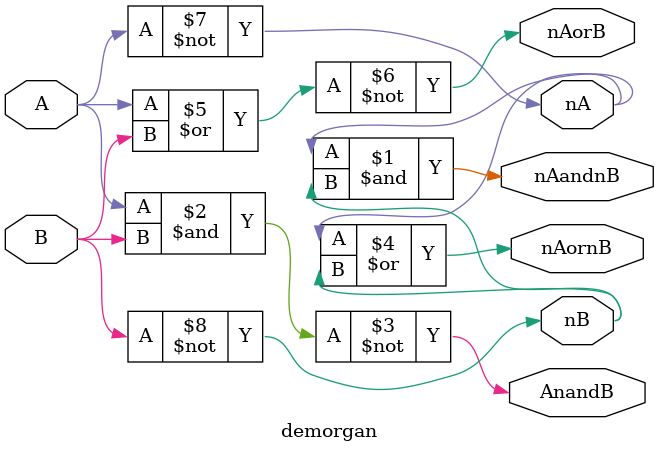
<source format=v>
module demorgan
(
  input A, // single bit inputs
  input B,
  output nA, //output itermediate complemented inputs
  output nB,
  output nAandnB, // single bit output, (~A)*(~B)
  output AnandB, // (~(AB))
  output nAorB, // (~(A + B))
  output nAornB // ((~A)+(~B))
);

  wire nA;
  wire nB;
  not Ainv(nA, A); // top inverted named Ainv, takes signal A as input and produces signal nA
  not Binv(nB, B);

  and andgate(nAandnB, nA, nB);  // AND gate produces nAandnB from nA and nB
  nand nandgate(AnandB, A, B);  // NAND gate produces nAandB from A and B
  or orgate(nAornB, nA, nB);  // OR gate produces nAornB from nA and nB
  nor norgate(nAorB, A, B); // NOR gate produces nAorB from A and B
endmodule

</source>
